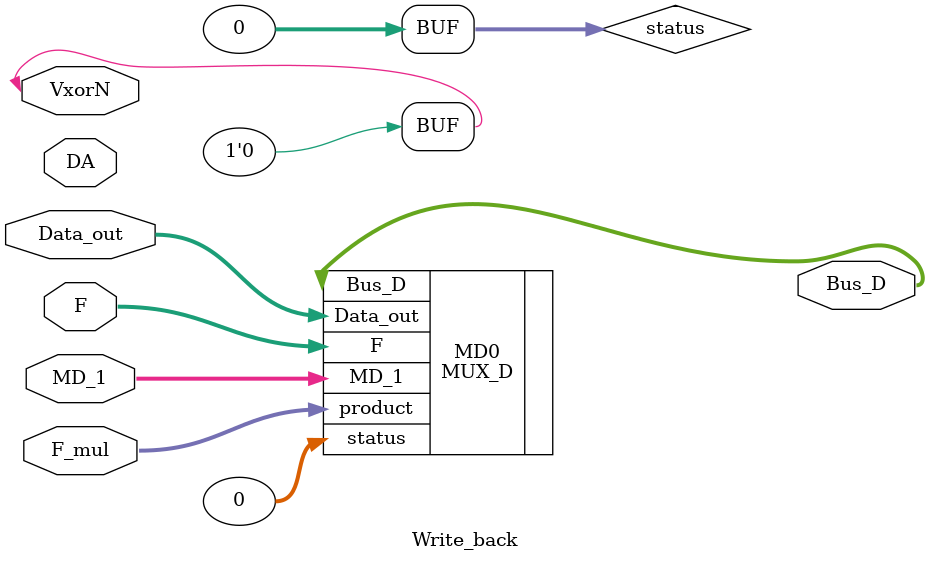
<source format=v>
`timescale 1ns/1ps


module Write_back(
				 input [31:0] F, Data_out,
				 input [63:0] F_mul,
				 input VxorN,	// gonna be 0 padded (for SLT set less than)
				 input [1:0] MD_1,	// 11 unused?.?
				 //input RW, --> register file is instantiated in top module
				 input [4:0] DA,	// destination address
				 // IO --> NO OUTPUTS!!!
				 output [63:0] Bus_D	// reg file in top verilog module!!, so no clock or reset
				 );	// remember, RW, DA, MD comes from current registered versions --> Two negedge sets
				// ie MD_1, RW_1, DA_1 into these bad boys

wire [31:0] status = 0;	// 0 padded VxorN

assign status = {31'd0,VxorN};	// defaults to LSB, 0 padding

MUX_D MD0(
			.MD_1(MD_1), .F(F),
			.Data_out(Data_out),
			.status(status),
			// MUL UPDATE
			.product(F_mul),
			// IO
			.Bus_D(Bus_D)
			);

// This will output to top module to input into register file

endmodule
</source>
